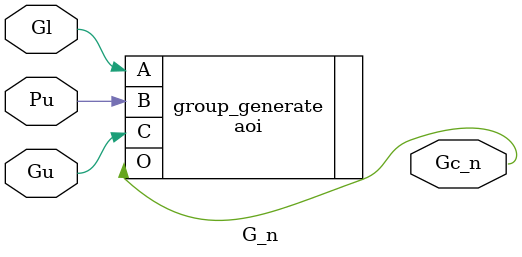
<source format=v>
/* 
    File: G_n.v
    Author: Christian Gobrecht

    Description: 
        Structural model of Group Propagate/Generate CLA cell.
        Uses CMOS optimizations (NAND, NOR, XOR, XNOR, AOI, OAI only).
        Takes noninverted P,G signals from constituent groups,
        Outputs inverted P,G signals of combined group.
        Intended for educational purposes.

    Input: NON-INVERTED signals for:
        Upper-group Propagate (Pu),
        Upper-group Generate (Gu),
        Lower-group Generate (Gl)

    Output: INVERTED signals for:
        Combined Generate (Gc_n)
*/
`include "./components/aoi.v"

`ifndef MODULE_G_n
`define MODULE_G_n

module G_n (
    output Gc_n,
    input Pu, Gu, Gl
    );


    // Generate (Gc) if: Lower Generate (Gl) AND Upper Propagate (Pu)
    //                                       OR Upper Generate (Gu)
    aoi group_generate (
        .O(Gc_n),
        .A(Gl),
        .B(Pu),
        .C(Gu)
        );

endmodule // G_n

`endif
</source>
